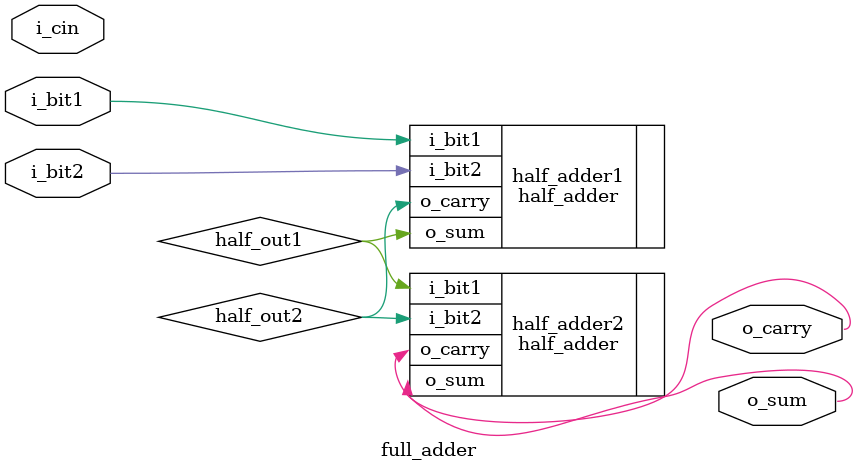
<source format=v>
module full_adder
  (
   i_bit1,
   i_bit2,
   i_cin,
   o_sum,
   o_carry
   );
   
   input  i_bit1;
   input  i_bit2;
   input  i_cin;
   output o_sum;
   output o_carry;

   wire	  half_out1;
   wire	  half_out2;
   

   half_adder half_adder1(
			  .i_bit1(i_bit1),
			  .i_bit2(i_bit2),
			  .o_sum(half_out1),
			  .o_carry(half_out2)
			  );
   half_adder half_adder2(
			  .i_bit1(half_out1),
			  .i_bit2(half_out2),
			  .o_sum(o_sum),
			  .o_carry(o_carry)
			  );
   
   
endmodule // full_adder

</source>
